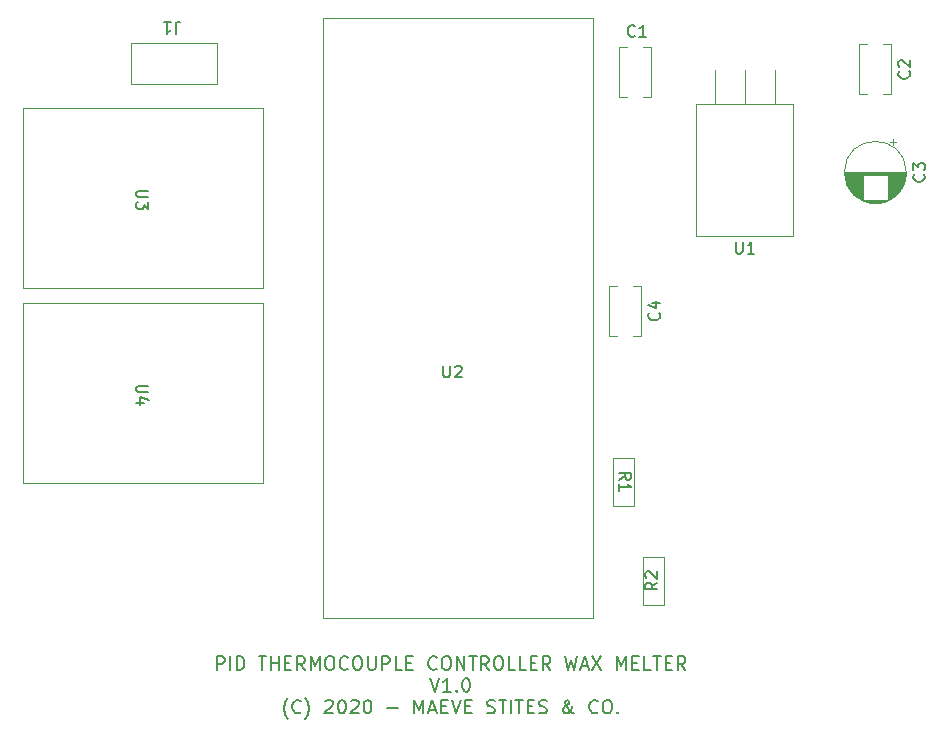
<source format=gbr>
%TF.GenerationSoftware,KiCad,Pcbnew,(5.99.0-3636-gf745036d8)*%
%TF.CreationDate,2020-10-30T20:07:45-04:00*%
%TF.ProjectId,waxMelter,7761784d-656c-4746-9572-2e6b69636164,rev?*%
%TF.SameCoordinates,Original*%
%TF.FileFunction,Legend,Top*%
%TF.FilePolarity,Positive*%
%FSLAX46Y46*%
G04 Gerber Fmt 4.6, Leading zero omitted, Abs format (unit mm)*
G04 Created by KiCad (PCBNEW (5.99.0-3636-gf745036d8)) date 2020-10-30 20:07:45*
%MOMM*%
%LPD*%
G01*
G04 APERTURE LIST*
%ADD10C,0.150000*%
%ADD11C,0.120000*%
G04 APERTURE END LIST*
D10*
X69341999Y-113738841D02*
X69341999Y-112595841D01*
X69777428Y-112595841D01*
X69886285Y-112650270D01*
X69940714Y-112704698D01*
X69995142Y-112813555D01*
X69995142Y-112976841D01*
X69940714Y-113085698D01*
X69886285Y-113140127D01*
X69777428Y-113194555D01*
X69341999Y-113194555D01*
X70484999Y-113738841D02*
X70484999Y-112595841D01*
X71029285Y-113738841D02*
X71029285Y-112595841D01*
X71301428Y-112595841D01*
X71464714Y-112650270D01*
X71573571Y-112759127D01*
X71627999Y-112867984D01*
X71682428Y-113085698D01*
X71682428Y-113248984D01*
X71627999Y-113466698D01*
X71573571Y-113575555D01*
X71464714Y-113684412D01*
X71301428Y-113738841D01*
X71029285Y-113738841D01*
X72879857Y-112595841D02*
X73532999Y-112595841D01*
X73206428Y-113738841D02*
X73206428Y-112595841D01*
X73913999Y-113738841D02*
X73913999Y-112595841D01*
X73913999Y-113140127D02*
X74567142Y-113140127D01*
X74567142Y-113738841D02*
X74567142Y-112595841D01*
X75111428Y-113140127D02*
X75492428Y-113140127D01*
X75655714Y-113738841D02*
X75111428Y-113738841D01*
X75111428Y-112595841D01*
X75655714Y-112595841D01*
X76798714Y-113738841D02*
X76417714Y-113194555D01*
X76145571Y-113738841D02*
X76145571Y-112595841D01*
X76580999Y-112595841D01*
X76689857Y-112650270D01*
X76744285Y-112704698D01*
X76798714Y-112813555D01*
X76798714Y-112976841D01*
X76744285Y-113085698D01*
X76689857Y-113140127D01*
X76580999Y-113194555D01*
X76145571Y-113194555D01*
X77288571Y-113738841D02*
X77288571Y-112595841D01*
X77669571Y-113412270D01*
X78050571Y-112595841D01*
X78050571Y-113738841D01*
X78812571Y-112595841D02*
X79030285Y-112595841D01*
X79139142Y-112650270D01*
X79247999Y-112759127D01*
X79302428Y-112976841D01*
X79302428Y-113357841D01*
X79247999Y-113575555D01*
X79139142Y-113684412D01*
X79030285Y-113738841D01*
X78812571Y-113738841D01*
X78703714Y-113684412D01*
X78594857Y-113575555D01*
X78540428Y-113357841D01*
X78540428Y-112976841D01*
X78594857Y-112759127D01*
X78703714Y-112650270D01*
X78812571Y-112595841D01*
X80445428Y-113629984D02*
X80390999Y-113684412D01*
X80227714Y-113738841D01*
X80118857Y-113738841D01*
X79955571Y-113684412D01*
X79846714Y-113575555D01*
X79792285Y-113466698D01*
X79737857Y-113248984D01*
X79737857Y-113085698D01*
X79792285Y-112867984D01*
X79846714Y-112759127D01*
X79955571Y-112650270D01*
X80118857Y-112595841D01*
X80227714Y-112595841D01*
X80390999Y-112650270D01*
X80445428Y-112704698D01*
X81152999Y-112595841D02*
X81370714Y-112595841D01*
X81479571Y-112650270D01*
X81588428Y-112759127D01*
X81642857Y-112976841D01*
X81642857Y-113357841D01*
X81588428Y-113575555D01*
X81479571Y-113684412D01*
X81370714Y-113738841D01*
X81152999Y-113738841D01*
X81044142Y-113684412D01*
X80935285Y-113575555D01*
X80880857Y-113357841D01*
X80880857Y-112976841D01*
X80935285Y-112759127D01*
X81044142Y-112650270D01*
X81152999Y-112595841D01*
X82132714Y-112595841D02*
X82132714Y-113521127D01*
X82187142Y-113629984D01*
X82241571Y-113684412D01*
X82350428Y-113738841D01*
X82568142Y-113738841D01*
X82676999Y-113684412D01*
X82731428Y-113629984D01*
X82785857Y-113521127D01*
X82785857Y-112595841D01*
X83330142Y-113738841D02*
X83330142Y-112595841D01*
X83765571Y-112595841D01*
X83874428Y-112650270D01*
X83928857Y-112704698D01*
X83983285Y-112813555D01*
X83983285Y-112976841D01*
X83928857Y-113085698D01*
X83874428Y-113140127D01*
X83765571Y-113194555D01*
X83330142Y-113194555D01*
X85017428Y-113738841D02*
X84473142Y-113738841D01*
X84473142Y-112595841D01*
X85398428Y-113140127D02*
X85779428Y-113140127D01*
X85942714Y-113738841D02*
X85398428Y-113738841D01*
X85398428Y-112595841D01*
X85942714Y-112595841D01*
X87956571Y-113629984D02*
X87902142Y-113684412D01*
X87738857Y-113738841D01*
X87629999Y-113738841D01*
X87466714Y-113684412D01*
X87357857Y-113575555D01*
X87303428Y-113466698D01*
X87248999Y-113248984D01*
X87248999Y-113085698D01*
X87303428Y-112867984D01*
X87357857Y-112759127D01*
X87466714Y-112650270D01*
X87629999Y-112595841D01*
X87738857Y-112595841D01*
X87902142Y-112650270D01*
X87956571Y-112704698D01*
X88664142Y-112595841D02*
X88881857Y-112595841D01*
X88990714Y-112650270D01*
X89099571Y-112759127D01*
X89153999Y-112976841D01*
X89153999Y-113357841D01*
X89099571Y-113575555D01*
X88990714Y-113684412D01*
X88881857Y-113738841D01*
X88664142Y-113738841D01*
X88555285Y-113684412D01*
X88446428Y-113575555D01*
X88391999Y-113357841D01*
X88391999Y-112976841D01*
X88446428Y-112759127D01*
X88555285Y-112650270D01*
X88664142Y-112595841D01*
X89643857Y-113738841D02*
X89643857Y-112595841D01*
X90296999Y-113738841D01*
X90296999Y-112595841D01*
X90677999Y-112595841D02*
X91331142Y-112595841D01*
X91004571Y-113738841D02*
X91004571Y-112595841D01*
X92365285Y-113738841D02*
X91984285Y-113194555D01*
X91712142Y-113738841D02*
X91712142Y-112595841D01*
X92147571Y-112595841D01*
X92256428Y-112650270D01*
X92310857Y-112704698D01*
X92365285Y-112813555D01*
X92365285Y-112976841D01*
X92310857Y-113085698D01*
X92256428Y-113140127D01*
X92147571Y-113194555D01*
X91712142Y-113194555D01*
X93072857Y-112595841D02*
X93290571Y-112595841D01*
X93399428Y-112650270D01*
X93508285Y-112759127D01*
X93562714Y-112976841D01*
X93562714Y-113357841D01*
X93508285Y-113575555D01*
X93399428Y-113684412D01*
X93290571Y-113738841D01*
X93072857Y-113738841D01*
X92963999Y-113684412D01*
X92855142Y-113575555D01*
X92800714Y-113357841D01*
X92800714Y-112976841D01*
X92855142Y-112759127D01*
X92963999Y-112650270D01*
X93072857Y-112595841D01*
X94596857Y-113738841D02*
X94052571Y-113738841D01*
X94052571Y-112595841D01*
X95522142Y-113738841D02*
X94977857Y-113738841D01*
X94977857Y-112595841D01*
X95903142Y-113140127D02*
X96284142Y-113140127D01*
X96447428Y-113738841D02*
X95903142Y-113738841D01*
X95903142Y-112595841D01*
X96447428Y-112595841D01*
X97590428Y-113738841D02*
X97209428Y-113194555D01*
X96937285Y-113738841D02*
X96937285Y-112595841D01*
X97372714Y-112595841D01*
X97481571Y-112650270D01*
X97535999Y-112704698D01*
X97590428Y-112813555D01*
X97590428Y-112976841D01*
X97535999Y-113085698D01*
X97481571Y-113140127D01*
X97372714Y-113194555D01*
X96937285Y-113194555D01*
X98842285Y-112595841D02*
X99114428Y-113738841D01*
X99332142Y-112922412D01*
X99549857Y-113738841D01*
X99821999Y-112595841D01*
X100202999Y-113412270D02*
X100747285Y-113412270D01*
X100094142Y-113738841D02*
X100475142Y-112595841D01*
X100856142Y-113738841D01*
X101128285Y-112595841D02*
X101890285Y-113738841D01*
X101890285Y-112595841D02*
X101128285Y-113738841D01*
X103196571Y-113738841D02*
X103196571Y-112595841D01*
X103577571Y-113412270D01*
X103958571Y-112595841D01*
X103958571Y-113738841D01*
X104502857Y-113140127D02*
X104883857Y-113140127D01*
X105047142Y-113738841D02*
X104502857Y-113738841D01*
X104502857Y-112595841D01*
X105047142Y-112595841D01*
X106081285Y-113738841D02*
X105536999Y-113738841D01*
X105536999Y-112595841D01*
X106298999Y-112595841D02*
X106952142Y-112595841D01*
X106625571Y-113738841D02*
X106625571Y-112595841D01*
X107333142Y-113140127D02*
X107714142Y-113140127D01*
X107877428Y-113738841D02*
X107333142Y-113738841D01*
X107333142Y-112595841D01*
X107877428Y-112595841D01*
X109020428Y-113738841D02*
X108639428Y-113194555D01*
X108367285Y-113738841D02*
X108367285Y-112595841D01*
X108802714Y-112595841D01*
X108911571Y-112650270D01*
X108965999Y-112704698D01*
X109020428Y-112813555D01*
X109020428Y-112976841D01*
X108965999Y-113085698D01*
X108911571Y-113140127D01*
X108802714Y-113194555D01*
X108367285Y-113194555D01*
X87412285Y-114436071D02*
X87793285Y-115579071D01*
X88174285Y-114436071D01*
X89154000Y-115579071D02*
X88500857Y-115579071D01*
X88827428Y-115579071D02*
X88827428Y-114436071D01*
X88718571Y-114599357D01*
X88609714Y-114708214D01*
X88500857Y-114762642D01*
X89643857Y-115470214D02*
X89698285Y-115524642D01*
X89643857Y-115579071D01*
X89589428Y-115524642D01*
X89643857Y-115470214D01*
X89643857Y-115579071D01*
X90405857Y-114436071D02*
X90514714Y-114436071D01*
X90623571Y-114490500D01*
X90678000Y-114544928D01*
X90732428Y-114653785D01*
X90786857Y-114871500D01*
X90786857Y-115143642D01*
X90732428Y-115361357D01*
X90678000Y-115470214D01*
X90623571Y-115524642D01*
X90514714Y-115579071D01*
X90405857Y-115579071D01*
X90297000Y-115524642D01*
X90242571Y-115470214D01*
X90188142Y-115361357D01*
X90133714Y-115143642D01*
X90133714Y-114871500D01*
X90188142Y-114653785D01*
X90242571Y-114544928D01*
X90297000Y-114490500D01*
X90405857Y-114436071D01*
X75356357Y-117854730D02*
X75301928Y-117800301D01*
X75193071Y-117637015D01*
X75138642Y-117528158D01*
X75084214Y-117364872D01*
X75029785Y-117092730D01*
X75029785Y-116875015D01*
X75084214Y-116602872D01*
X75138642Y-116439587D01*
X75193071Y-116330730D01*
X75301928Y-116167444D01*
X75356357Y-116113015D01*
X76444928Y-117310444D02*
X76390500Y-117364872D01*
X76227214Y-117419301D01*
X76118357Y-117419301D01*
X75955071Y-117364872D01*
X75846214Y-117256015D01*
X75791785Y-117147158D01*
X75737357Y-116929444D01*
X75737357Y-116766158D01*
X75791785Y-116548444D01*
X75846214Y-116439587D01*
X75955071Y-116330730D01*
X76118357Y-116276301D01*
X76227214Y-116276301D01*
X76390500Y-116330730D01*
X76444928Y-116385158D01*
X76825928Y-117854730D02*
X76880357Y-117800301D01*
X76989214Y-117637015D01*
X77043642Y-117528158D01*
X77098071Y-117364872D01*
X77152500Y-117092730D01*
X77152500Y-116875015D01*
X77098071Y-116602872D01*
X77043642Y-116439587D01*
X76989214Y-116330730D01*
X76880357Y-116167444D01*
X76825928Y-116113015D01*
X78513214Y-116385158D02*
X78567642Y-116330730D01*
X78676500Y-116276301D01*
X78948642Y-116276301D01*
X79057500Y-116330730D01*
X79111928Y-116385158D01*
X79166357Y-116494015D01*
X79166357Y-116602872D01*
X79111928Y-116766158D01*
X78458785Y-117419301D01*
X79166357Y-117419301D01*
X79873928Y-116276301D02*
X79982785Y-116276301D01*
X80091642Y-116330730D01*
X80146071Y-116385158D01*
X80200500Y-116494015D01*
X80254928Y-116711730D01*
X80254928Y-116983872D01*
X80200500Y-117201587D01*
X80146071Y-117310444D01*
X80091642Y-117364872D01*
X79982785Y-117419301D01*
X79873928Y-117419301D01*
X79765071Y-117364872D01*
X79710642Y-117310444D01*
X79656214Y-117201587D01*
X79601785Y-116983872D01*
X79601785Y-116711730D01*
X79656214Y-116494015D01*
X79710642Y-116385158D01*
X79765071Y-116330730D01*
X79873928Y-116276301D01*
X80690357Y-116385158D02*
X80744785Y-116330730D01*
X80853642Y-116276301D01*
X81125785Y-116276301D01*
X81234642Y-116330730D01*
X81289071Y-116385158D01*
X81343500Y-116494015D01*
X81343500Y-116602872D01*
X81289071Y-116766158D01*
X80635928Y-117419301D01*
X81343500Y-117419301D01*
X82051071Y-116276301D02*
X82159928Y-116276301D01*
X82268785Y-116330730D01*
X82323214Y-116385158D01*
X82377642Y-116494015D01*
X82432071Y-116711730D01*
X82432071Y-116983872D01*
X82377642Y-117201587D01*
X82323214Y-117310444D01*
X82268785Y-117364872D01*
X82159928Y-117419301D01*
X82051071Y-117419301D01*
X81942214Y-117364872D01*
X81887785Y-117310444D01*
X81833357Y-117201587D01*
X81778928Y-116983872D01*
X81778928Y-116711730D01*
X81833357Y-116494015D01*
X81887785Y-116385158D01*
X81942214Y-116330730D01*
X82051071Y-116276301D01*
X83792785Y-116983872D02*
X84663642Y-116983872D01*
X86078785Y-117419301D02*
X86078785Y-116276301D01*
X86459785Y-117092730D01*
X86840785Y-116276301D01*
X86840785Y-117419301D01*
X87330642Y-117092730D02*
X87874928Y-117092730D01*
X87221785Y-117419301D02*
X87602785Y-116276301D01*
X87983785Y-117419301D01*
X88364785Y-116820587D02*
X88745785Y-116820587D01*
X88909071Y-117419301D02*
X88364785Y-117419301D01*
X88364785Y-116276301D01*
X88909071Y-116276301D01*
X89235642Y-116276301D02*
X89616642Y-117419301D01*
X89997642Y-116276301D01*
X90378642Y-116820587D02*
X90759642Y-116820587D01*
X90922928Y-117419301D02*
X90378642Y-117419301D01*
X90378642Y-116276301D01*
X90922928Y-116276301D01*
X92229214Y-117364872D02*
X92392499Y-117419301D01*
X92664642Y-117419301D01*
X92773499Y-117364872D01*
X92827928Y-117310444D01*
X92882357Y-117201587D01*
X92882357Y-117092730D01*
X92827928Y-116983872D01*
X92773499Y-116929444D01*
X92664642Y-116875015D01*
X92446928Y-116820587D01*
X92338071Y-116766158D01*
X92283642Y-116711730D01*
X92229214Y-116602872D01*
X92229214Y-116494015D01*
X92283642Y-116385158D01*
X92338071Y-116330730D01*
X92446928Y-116276301D01*
X92719071Y-116276301D01*
X92882357Y-116330730D01*
X93208928Y-116276301D02*
X93862071Y-116276301D01*
X93535499Y-117419301D02*
X93535499Y-116276301D01*
X94243071Y-117419301D02*
X94243071Y-116276301D01*
X94624071Y-116276301D02*
X95277214Y-116276301D01*
X94950642Y-117419301D02*
X94950642Y-116276301D01*
X95658214Y-116820587D02*
X96039214Y-116820587D01*
X96202499Y-117419301D02*
X95658214Y-117419301D01*
X95658214Y-116276301D01*
X96202499Y-116276301D01*
X96637928Y-117364872D02*
X96801214Y-117419301D01*
X97073357Y-117419301D01*
X97182214Y-117364872D01*
X97236642Y-117310444D01*
X97291071Y-117201587D01*
X97291071Y-117092730D01*
X97236642Y-116983872D01*
X97182214Y-116929444D01*
X97073357Y-116875015D01*
X96855642Y-116820587D01*
X96746785Y-116766158D01*
X96692357Y-116711730D01*
X96637928Y-116602872D01*
X96637928Y-116494015D01*
X96692357Y-116385158D01*
X96746785Y-116330730D01*
X96855642Y-116276301D01*
X97127785Y-116276301D01*
X97291071Y-116330730D01*
X99577071Y-117419301D02*
X99522642Y-117419301D01*
X99413785Y-117364872D01*
X99250499Y-117201587D01*
X98978357Y-116875015D01*
X98869499Y-116711730D01*
X98815071Y-116548444D01*
X98815071Y-116439587D01*
X98869499Y-116330730D01*
X98978357Y-116276301D01*
X99032785Y-116276301D01*
X99141642Y-116330730D01*
X99196071Y-116439587D01*
X99196071Y-116494015D01*
X99141642Y-116602872D01*
X99087214Y-116657301D01*
X98760642Y-116875015D01*
X98706214Y-116929444D01*
X98651785Y-117038301D01*
X98651785Y-117201587D01*
X98706214Y-117310444D01*
X98760642Y-117364872D01*
X98869499Y-117419301D01*
X99032785Y-117419301D01*
X99141642Y-117364872D01*
X99196071Y-117310444D01*
X99359357Y-117092730D01*
X99413785Y-116929444D01*
X99413785Y-116820587D01*
X101590928Y-117310444D02*
X101536499Y-117364872D01*
X101373214Y-117419301D01*
X101264357Y-117419301D01*
X101101071Y-117364872D01*
X100992214Y-117256015D01*
X100937785Y-117147158D01*
X100883357Y-116929444D01*
X100883357Y-116766158D01*
X100937785Y-116548444D01*
X100992214Y-116439587D01*
X101101071Y-116330730D01*
X101264357Y-116276301D01*
X101373214Y-116276301D01*
X101536499Y-116330730D01*
X101590928Y-116385158D01*
X102298499Y-116276301D02*
X102516214Y-116276301D01*
X102625071Y-116330730D01*
X102733928Y-116439587D01*
X102788357Y-116657301D01*
X102788357Y-117038301D01*
X102733928Y-117256015D01*
X102625071Y-117364872D01*
X102516214Y-117419301D01*
X102298499Y-117419301D01*
X102189642Y-117364872D01*
X102080785Y-117256015D01*
X102026357Y-117038301D01*
X102026357Y-116657301D01*
X102080785Y-116439587D01*
X102189642Y-116330730D01*
X102298499Y-116276301D01*
X103278214Y-117310444D02*
X103332642Y-117364872D01*
X103278214Y-117419301D01*
X103223785Y-117364872D01*
X103278214Y-117310444D01*
X103278214Y-117419301D01*
%TO.C,U1*%
X113284095Y-77487047D02*
X113284095Y-78296571D01*
X113331714Y-78391809D01*
X113379333Y-78439428D01*
X113474571Y-78487047D01*
X113665047Y-78487047D01*
X113760285Y-78439428D01*
X113807904Y-78391809D01*
X113855523Y-78296571D01*
X113855523Y-77487047D01*
X114855523Y-78487047D02*
X114284095Y-78487047D01*
X114569809Y-78487047D02*
X114569809Y-77487047D01*
X114474571Y-77629905D01*
X114379333Y-77725143D01*
X114284095Y-77772762D01*
%TO.C,U4*%
X63539619Y-89662095D02*
X62730095Y-89662095D01*
X62634857Y-89709714D01*
X62587238Y-89757333D01*
X62539619Y-89852571D01*
X62539619Y-90043047D01*
X62587238Y-90138285D01*
X62634857Y-90185904D01*
X62730095Y-90233523D01*
X63539619Y-90233523D01*
X63206285Y-91138285D02*
X62539619Y-91138285D01*
X63587238Y-90900190D02*
X62872952Y-90662095D01*
X62872952Y-91281142D01*
%TO.C,U2*%
X88519095Y-87971380D02*
X88519095Y-88780904D01*
X88566714Y-88876142D01*
X88614333Y-88923761D01*
X88709571Y-88971380D01*
X88900047Y-88971380D01*
X88995285Y-88923761D01*
X89042904Y-88876142D01*
X89090523Y-88780904D01*
X89090523Y-87971380D01*
X89519095Y-88066619D02*
X89566714Y-88019000D01*
X89661952Y-87971380D01*
X89900047Y-87971380D01*
X89995285Y-88019000D01*
X90042904Y-88066619D01*
X90090523Y-88161857D01*
X90090523Y-88257095D01*
X90042904Y-88399952D01*
X89471476Y-88971380D01*
X90090523Y-88971380D01*
%TO.C,C4*%
X106783142Y-83498666D02*
X106830761Y-83546285D01*
X106878380Y-83689142D01*
X106878380Y-83784380D01*
X106830761Y-83927238D01*
X106735523Y-84022476D01*
X106640285Y-84070095D01*
X106449809Y-84117714D01*
X106306952Y-84117714D01*
X106116476Y-84070095D01*
X106021238Y-84022476D01*
X105926000Y-83927238D01*
X105878380Y-83784380D01*
X105878380Y-83689142D01*
X105926000Y-83546285D01*
X105973619Y-83498666D01*
X106211714Y-82641523D02*
X106878380Y-82641523D01*
X105830761Y-82879619D02*
X106545047Y-83117714D01*
X106545047Y-82498666D01*
%TO.C,U3*%
X63539619Y-73152095D02*
X62730095Y-73152095D01*
X62634857Y-73199714D01*
X62587238Y-73247333D01*
X62539619Y-73342571D01*
X62539619Y-73533047D01*
X62587238Y-73628285D01*
X62634857Y-73675904D01*
X62730095Y-73723523D01*
X63539619Y-73723523D01*
X63539619Y-74104476D02*
X63539619Y-74723523D01*
X63158666Y-74390190D01*
X63158666Y-74533047D01*
X63111047Y-74628285D01*
X63063428Y-74675904D01*
X62968190Y-74723523D01*
X62730095Y-74723523D01*
X62634857Y-74675904D01*
X62587238Y-74628285D01*
X62539619Y-74533047D01*
X62539619Y-74247333D01*
X62587238Y-74152095D01*
X62634857Y-74104476D01*
%TO.C,*%
%TO.C,C2*%
X127952142Y-63051666D02*
X127999761Y-63099285D01*
X128047380Y-63242142D01*
X128047380Y-63337380D01*
X127999761Y-63480238D01*
X127904523Y-63575476D01*
X127809285Y-63623095D01*
X127618809Y-63670714D01*
X127475952Y-63670714D01*
X127285476Y-63623095D01*
X127190238Y-63575476D01*
X127095000Y-63480238D01*
X127047380Y-63337380D01*
X127047380Y-63242142D01*
X127095000Y-63099285D01*
X127142619Y-63051666D01*
X127142619Y-62670714D02*
X127095000Y-62623095D01*
X127047380Y-62527857D01*
X127047380Y-62289761D01*
X127095000Y-62194523D01*
X127142619Y-62146904D01*
X127237857Y-62099285D01*
X127333095Y-62099285D01*
X127475952Y-62146904D01*
X128047380Y-62718333D01*
X128047380Y-62099285D01*
%TO.C,R1*%
X103433619Y-97623333D02*
X103909809Y-97290000D01*
X103433619Y-97051904D02*
X104433619Y-97051904D01*
X104433619Y-97432857D01*
X104386000Y-97528095D01*
X104338380Y-97575714D01*
X104243142Y-97623333D01*
X104100285Y-97623333D01*
X104005047Y-97575714D01*
X103957428Y-97528095D01*
X103909809Y-97432857D01*
X103909809Y-97051904D01*
X103433619Y-98575714D02*
X103433619Y-98004285D01*
X103433619Y-98290000D02*
X104433619Y-98290000D01*
X104290761Y-98194761D01*
X104195523Y-98099523D01*
X104147904Y-98004285D01*
%TO.C,*%
%TO.C,R2*%
X106624380Y-106338666D02*
X106148190Y-106672000D01*
X106624380Y-106910095D02*
X105624380Y-106910095D01*
X105624380Y-106529142D01*
X105672000Y-106433904D01*
X105719619Y-106386285D01*
X105814857Y-106338666D01*
X105957714Y-106338666D01*
X106052952Y-106386285D01*
X106100571Y-106433904D01*
X106148190Y-106529142D01*
X106148190Y-106910095D01*
X105719619Y-105957714D02*
X105672000Y-105910095D01*
X105624380Y-105814857D01*
X105624380Y-105576761D01*
X105672000Y-105481523D01*
X105719619Y-105433904D01*
X105814857Y-105386285D01*
X105910095Y-105386285D01*
X106052952Y-105433904D01*
X106624380Y-106005333D01*
X106624380Y-105386285D01*
%TO.C,C3*%
X129202142Y-71774666D02*
X129249761Y-71822285D01*
X129297380Y-71965142D01*
X129297380Y-72060380D01*
X129249761Y-72203238D01*
X129154523Y-72298476D01*
X129059285Y-72346095D01*
X128868809Y-72393714D01*
X128725952Y-72393714D01*
X128535476Y-72346095D01*
X128440238Y-72298476D01*
X128345000Y-72203238D01*
X128297380Y-72060380D01*
X128297380Y-71965142D01*
X128345000Y-71822285D01*
X128392619Y-71774666D01*
X128297380Y-71441333D02*
X128297380Y-70822285D01*
X128678333Y-71155619D01*
X128678333Y-71012761D01*
X128725952Y-70917523D01*
X128773571Y-70869904D01*
X128868809Y-70822285D01*
X129106904Y-70822285D01*
X129202142Y-70869904D01*
X129249761Y-70917523D01*
X129297380Y-71012761D01*
X129297380Y-71298476D01*
X129249761Y-71393714D01*
X129202142Y-71441333D01*
%TO.C,C1*%
X104735333Y-60047142D02*
X104687714Y-60094761D01*
X104544857Y-60142380D01*
X104449619Y-60142380D01*
X104306761Y-60094761D01*
X104211523Y-59999523D01*
X104163904Y-59904285D01*
X104116285Y-59713809D01*
X104116285Y-59570952D01*
X104163904Y-59380476D01*
X104211523Y-59285238D01*
X104306761Y-59190000D01*
X104449619Y-59142380D01*
X104544857Y-59142380D01*
X104687714Y-59190000D01*
X104735333Y-59237619D01*
X105687714Y-60142380D02*
X105116285Y-60142380D01*
X105402000Y-60142380D02*
X105402000Y-59142380D01*
X105306761Y-59285238D01*
X105211523Y-59380476D01*
X105116285Y-59428095D01*
%TO.C,*%
%TO.C,J1*%
X65865333Y-59856619D02*
X65865333Y-59142333D01*
X65912952Y-58999476D01*
X66008190Y-58904238D01*
X66151047Y-58856619D01*
X66246285Y-58856619D01*
X64865333Y-58856619D02*
X65436761Y-58856619D01*
X65151047Y-58856619D02*
X65151047Y-59856619D01*
X65246285Y-59713761D01*
X65341523Y-59618523D01*
X65436761Y-59570904D01*
D11*
%TO.C,U1*%
X111506000Y-65794667D02*
X111506000Y-62980667D01*
X114046000Y-65794667D02*
X114046000Y-62980667D01*
X116586000Y-65794667D02*
X116586000Y-62964667D01*
X109926000Y-77034667D02*
X109926000Y-65794667D01*
X118166000Y-77034667D02*
X118166000Y-65794667D01*
X118166000Y-77034667D02*
X109926000Y-77034667D01*
X118166000Y-65794667D02*
X109926000Y-65794667D01*
%TO.C,U4*%
X73279000Y-82677000D02*
X52959000Y-82677000D01*
X52959000Y-82677000D02*
X52959000Y-97917000D01*
X52959000Y-97917000D02*
X73279000Y-97917000D01*
X73279000Y-97917000D02*
X73279000Y-82677000D01*
%TO.C,U2*%
X78359000Y-58547000D02*
X101219000Y-58547000D01*
X101219000Y-58547000D02*
X101219000Y-109347000D01*
X101219000Y-109347000D02*
X78359000Y-109347000D01*
X78359000Y-109347000D02*
X78359000Y-58547000D01*
%TO.C,C4*%
X104551000Y-81212000D02*
X105256000Y-81212000D01*
X102516000Y-85452000D02*
X102516000Y-81212000D01*
X102516000Y-85452000D02*
X103221000Y-85452000D01*
X102516000Y-81212000D02*
X103221000Y-81212000D01*
X105256000Y-85452000D02*
X105256000Y-81212000D01*
X104551000Y-85452000D02*
X105256000Y-85452000D01*
%TO.C,U3*%
X73279000Y-66167000D02*
X52959000Y-66167000D01*
X52959000Y-66167000D02*
X52959000Y-81407000D01*
X52959000Y-81407000D02*
X73279000Y-81407000D01*
X73279000Y-81407000D02*
X73279000Y-66167000D01*
%TO.C,C2*%
X126465000Y-65005000D02*
X125760000Y-65005000D01*
X124430000Y-60765000D02*
X123725000Y-60765000D01*
X126465000Y-60765000D02*
X126465000Y-65005000D01*
X124430000Y-65005000D02*
X123725000Y-65005000D01*
X126465000Y-60765000D02*
X125760000Y-60765000D01*
X123725000Y-60765000D02*
X123725000Y-65005000D01*
%TO.C,R1*%
X104648000Y-95758000D02*
X102870000Y-95758000D01*
X102870000Y-95758000D02*
X102870000Y-99822000D01*
X102870000Y-99822000D02*
X104648000Y-99822000D01*
X104648000Y-99822000D02*
X104648000Y-95758000D01*
%TO.C,R2*%
X105410000Y-108204000D02*
X107188000Y-108204000D01*
X107188000Y-108204000D02*
X107188000Y-104140000D01*
X107188000Y-104140000D02*
X105410000Y-104140000D01*
X105410000Y-104140000D02*
X105410000Y-108204000D01*
%TO.C,C3*%
X124055000Y-73849000D02*
X123776000Y-73849000D01*
X124055000Y-72569000D02*
X122697000Y-72569000D01*
X124055000Y-72288000D02*
X122604000Y-72288000D01*
X124055000Y-73209000D02*
X123060000Y-73209000D01*
X127460000Y-72649000D02*
X126135000Y-72649000D01*
X124055000Y-73649000D02*
X123490000Y-73649000D01*
X124055000Y-72248000D02*
X122594000Y-72248000D01*
X127586000Y-72288000D02*
X126135000Y-72288000D01*
X124055000Y-73329000D02*
X123158000Y-73329000D01*
X127673000Y-71728000D02*
X122517000Y-71728000D01*
X124055000Y-72168000D02*
X122575000Y-72168000D01*
X124055000Y-72889000D02*
X122848000Y-72889000D01*
X124055000Y-73569000D02*
X123396000Y-73569000D01*
X124055000Y-72048000D02*
X122552000Y-72048000D01*
X124055000Y-73809000D02*
X123712000Y-73809000D01*
X127405000Y-72769000D02*
X126135000Y-72769000D01*
X127424000Y-72729000D02*
X126135000Y-72729000D01*
X126414000Y-73849000D02*
X126135000Y-73849000D01*
X124055000Y-72609000D02*
X122713000Y-72609000D01*
X127066000Y-73289000D02*
X126135000Y-73289000D01*
X127575000Y-72329000D02*
X126135000Y-72329000D01*
X124055000Y-71968000D02*
X122539000Y-71968000D01*
X124055000Y-72208000D02*
X122584000Y-72208000D01*
X127363000Y-72849000D02*
X126135000Y-72849000D01*
X124055000Y-73409000D02*
X123231000Y-73409000D01*
X124055000Y-71928000D02*
X122534000Y-71928000D01*
X124055000Y-72769000D02*
X122785000Y-72769000D01*
X126106000Y-74009000D02*
X124084000Y-74009000D01*
X126794000Y-73569000D02*
X126135000Y-73569000D01*
X127537000Y-72449000D02*
X126135000Y-72449000D01*
X126996000Y-73369000D02*
X126135000Y-73369000D01*
X125772000Y-74129000D02*
X124418000Y-74129000D01*
X124055000Y-71848000D02*
X122526000Y-71848000D01*
X124055000Y-73089000D02*
X122973000Y-73089000D01*
X124055000Y-73289000D02*
X123124000Y-73289000D01*
X124055000Y-73529000D02*
X123352000Y-73529000D01*
X127675000Y-71608000D02*
X122515000Y-71608000D01*
X126820000Y-69053225D02*
X126320000Y-69053225D01*
X127615000Y-72168000D02*
X126135000Y-72168000D01*
X127443000Y-72689000D02*
X126135000Y-72689000D01*
X127664000Y-71848000D02*
X126135000Y-71848000D01*
X126273000Y-73929000D02*
X123917000Y-73929000D01*
X124055000Y-73009000D02*
X122920000Y-73009000D01*
X125613000Y-74169000D02*
X124577000Y-74169000D01*
X126921000Y-73449000D02*
X126135000Y-73449000D01*
X125379000Y-74209000D02*
X124811000Y-74209000D01*
X127656000Y-71928000D02*
X126135000Y-71928000D01*
X126346000Y-73889000D02*
X126135000Y-73889000D01*
X126595000Y-73729000D02*
X126135000Y-73729000D01*
X124055000Y-72969000D02*
X122895000Y-72969000D01*
X124055000Y-72929000D02*
X122871000Y-72929000D01*
X126649000Y-73689000D02*
X126135000Y-73689000D01*
X127645000Y-72008000D02*
X126135000Y-72008000D01*
X127651000Y-71968000D02*
X126135000Y-71968000D01*
X124055000Y-72529000D02*
X122681000Y-72529000D01*
X126478000Y-73809000D02*
X126135000Y-73809000D01*
X127606000Y-72208000D02*
X126135000Y-72208000D01*
X127638000Y-72048000D02*
X126135000Y-72048000D01*
X127660000Y-71888000D02*
X126135000Y-71888000D01*
X127523000Y-72489000D02*
X126135000Y-72489000D01*
X127160000Y-73169000D02*
X126135000Y-73169000D01*
X127675000Y-71648000D02*
X122515000Y-71648000D01*
X127130000Y-73209000D02*
X126135000Y-73209000D01*
X124055000Y-73689000D02*
X123541000Y-73689000D01*
X124055000Y-73169000D02*
X123030000Y-73169000D01*
X124055000Y-73049000D02*
X122946000Y-73049000D01*
X124055000Y-72809000D02*
X122805000Y-72809000D01*
X124055000Y-72329000D02*
X122615000Y-72329000D01*
X126538000Y-73769000D02*
X126135000Y-73769000D01*
X127563000Y-72369000D02*
X126135000Y-72369000D01*
X124055000Y-73769000D02*
X123652000Y-73769000D01*
X127509000Y-72529000D02*
X126135000Y-72529000D01*
X124055000Y-72849000D02*
X122827000Y-72849000D01*
X124055000Y-72729000D02*
X122766000Y-72729000D01*
X125900000Y-74089000D02*
X124290000Y-74089000D01*
X127099000Y-73249000D02*
X126135000Y-73249000D01*
X127550000Y-72409000D02*
X126135000Y-72409000D01*
X126748000Y-73609000D02*
X126135000Y-73609000D01*
X127190000Y-73129000D02*
X126135000Y-73129000D01*
X124055000Y-73609000D02*
X123442000Y-73609000D01*
X127385000Y-72809000D02*
X126135000Y-72809000D01*
X127270000Y-73009000D02*
X126135000Y-73009000D01*
X124055000Y-72008000D02*
X122545000Y-72008000D01*
X124055000Y-72369000D02*
X122627000Y-72369000D01*
X124055000Y-73449000D02*
X123269000Y-73449000D01*
X124055000Y-72128000D02*
X122567000Y-72128000D01*
X124055000Y-72649000D02*
X122730000Y-72649000D01*
X124055000Y-72088000D02*
X122559000Y-72088000D01*
X127671000Y-71768000D02*
X122519000Y-71768000D01*
X127217000Y-73089000D02*
X126135000Y-73089000D01*
X124055000Y-72449000D02*
X122653000Y-72449000D01*
X126880000Y-73489000D02*
X126135000Y-73489000D01*
X127493000Y-72569000D02*
X126135000Y-72569000D01*
X127342000Y-72889000D02*
X126135000Y-72889000D01*
X124055000Y-72409000D02*
X122640000Y-72409000D01*
X124055000Y-72489000D02*
X122667000Y-72489000D01*
X127631000Y-72088000D02*
X126135000Y-72088000D01*
X126570000Y-68803225D02*
X126570000Y-69303225D01*
X127668000Y-71808000D02*
X122522000Y-71808000D01*
X124055000Y-72689000D02*
X122747000Y-72689000D01*
X124055000Y-73129000D02*
X123000000Y-73129000D01*
X124055000Y-73369000D02*
X123194000Y-73369000D01*
X127319000Y-72929000D02*
X126135000Y-72929000D01*
X127596000Y-72248000D02*
X126135000Y-72248000D01*
X124055000Y-73889000D02*
X123844000Y-73889000D01*
X124055000Y-73729000D02*
X123595000Y-73729000D01*
X126193000Y-73969000D02*
X123997000Y-73969000D01*
X127295000Y-72969000D02*
X126135000Y-72969000D01*
X126700000Y-73649000D02*
X126135000Y-73649000D01*
X127244000Y-73049000D02*
X126135000Y-73049000D01*
X124055000Y-73489000D02*
X123310000Y-73489000D01*
X124055000Y-71888000D02*
X122530000Y-71888000D01*
X126959000Y-73409000D02*
X126135000Y-73409000D01*
X126010000Y-74049000D02*
X124180000Y-74049000D01*
X126838000Y-73529000D02*
X126135000Y-73529000D01*
X124055000Y-73249000D02*
X123091000Y-73249000D01*
X127674000Y-71688000D02*
X122516000Y-71688000D01*
X127477000Y-72609000D02*
X126135000Y-72609000D01*
X127032000Y-73329000D02*
X126135000Y-73329000D01*
X127623000Y-72128000D02*
X126135000Y-72128000D01*
X127715000Y-71608000D02*
G75*
G03*
X127715000Y-71608000I-2620000J0D01*
G01*
%TO.C,C1*%
X106145000Y-65219000D02*
X105440000Y-65219000D01*
X104110000Y-60979000D02*
X103405000Y-60979000D01*
X106145000Y-60979000D02*
X106145000Y-65219000D01*
X103405000Y-60979000D02*
X103405000Y-65219000D01*
X104110000Y-65219000D02*
X103405000Y-65219000D01*
X106145000Y-60979000D02*
X105440000Y-60979000D01*
%TO.C,J1*%
X69342000Y-64135000D02*
X62042040Y-64135000D01*
X62042040Y-64135000D02*
X62042040Y-60629800D01*
X62042040Y-60629800D02*
X69342000Y-60629800D01*
X69342000Y-60629800D02*
X69342000Y-64135000D01*
%TD*%
M02*

</source>
